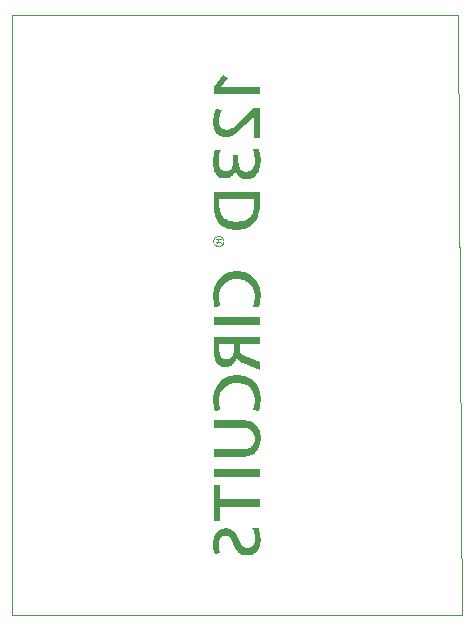
<source format=gbo>
G75*
G71*
%OFA0B0*%
%FSLAX23Y23*%
%IPPOS*%
%LPD*%
%ADD10C,0.1*%
%LPD*%D10*
X0Y0D02*
X0Y100D01*
X0Y200D01*
X0Y300D01*
X0Y400D01*
X0Y500D01*
X0Y600D01*
X0Y700D01*
X0Y800D01*
X0Y900D01*
X0Y1000D01*
X0Y1100D01*
X0Y1200D01*
X0Y1300D01*
X0Y1400D01*
X0Y1500D01*
X0Y1600D01*
X0Y1700D01*
X0Y1800D01*
X0Y1900D01*
X0Y2000D01*
X0Y2100D01*
X0Y2200D01*
X0Y2300D01*
X0Y2400D01*
X0Y2500D01*
X0Y2600D01*
X0Y2700D01*
X0Y2800D01*
X0Y2900D01*
X0Y3000D01*
X0Y3100D01*
X0Y3200D01*
X0Y3300D01*
X0Y3400D01*
X0Y3500D01*
X0Y3600D01*
X0Y3700D01*
X0Y3800D01*
X0Y3900D01*
X0Y4000D01*
X0Y4100D01*
X0Y4200D01*
X0Y4300D01*
X0Y4400D01*
X0Y4500D01*
X0Y4600D01*
X0Y4700D01*
X0Y4800D01*
X0Y4900D01*
X0Y5000D01*
X0Y5100D01*
X0Y5200D01*
X0Y5300D01*
X0Y5400D01*
X0Y5500D01*
X0Y5600D01*
X0Y5700D01*
X0Y5800D01*
X0Y5900D01*
X0Y6000D01*
X0Y6100D01*
X0Y6200D01*
X0Y6300D01*
X0Y6400D01*
X0Y6500D01*
X0Y6600D01*
X0Y6700D01*
X0Y6800D01*
X0Y6900D01*
X0Y7000D01*
X0Y7100D01*
X0Y7200D01*
X0Y7300D01*
X0Y7400D01*
X0Y7500D01*
X0Y7600D01*
X0Y7700D01*
X0Y7800D01*
X0Y7900D01*
X0Y8000D01*
X0Y8100D01*
X0Y8200D01*
X0Y8300D01*
X0Y8400D01*
X0Y8500D01*
X0Y8600D01*
X0Y8700D01*
X0Y8800D01*
X0Y8900D01*
X0Y9000D01*
X0Y9100D01*
X0Y9200D01*
X0Y9300D01*
X0Y9400D01*
X0Y9500D01*
X0Y9600D01*
X0Y9700D01*
X0Y9800D01*
X0Y9900D01*
X0Y10000D01*
X0Y10100D01*
X0Y10200D01*
X0Y10300D01*
X0Y10400D01*
X0Y10500D01*
X0Y10600D01*
X0Y10700D01*
X0Y10800D01*
X0Y10900D01*
X0Y11000D01*
X0Y11100D01*
X0Y11200D01*
X0Y11300D01*
X0Y11400D01*
X0Y11500D01*
X0Y11600D01*
X0Y11700D01*
X0Y11800D01*
X0Y11900D01*
X0Y12000D01*
X0Y12100D01*
X0Y12200D01*
X0Y12300D01*
X0Y12400D01*
X0Y12500D01*
X0Y12600D01*
X0Y12700D01*
X0Y12800D01*
X0Y12900D01*
X0Y13000D01*
X0Y13100D01*
X0Y13200D01*
X0Y13300D01*
X0Y13400D01*
X0Y13500D01*
X0Y13600D01*
X0Y13700D01*
X0Y13800D01*
X0Y13900D01*
X0Y14000D01*
X0Y14100D01*
X0Y14200D01*
X0Y14300D01*
X0Y14400D01*
X0Y14500D01*
X0Y14600D01*
X0Y14700D01*
X0Y14800D01*
X0Y14900D01*
X0Y15000D01*
X0Y15100D01*
X0Y15200D01*
X0Y15300D01*
X0Y15400D01*
X0Y15500D01*
X0Y15600D01*
X0Y15700D01*
X0Y15800D01*
X0Y15900D01*
X0Y16000D01*
X0Y16100D01*
X0Y16200D01*
X0Y16300D01*
X0Y16400D01*
X0Y16500D01*
X0Y16600D01*
X0Y16700D01*
X0Y16800D01*
X0Y16900D01*
X0Y17000D01*
X0Y17100D01*
X0Y17200D01*
X0Y17300D01*
X0Y17400D01*
X0Y17500D01*
X0Y17600D01*
X0Y17700D01*
X0Y17800D01*
X0Y17900D01*
X0Y18000D01*
X0Y18100D01*
X0Y18200D01*
X0Y18300D01*
X0Y18400D01*
X0Y18500D01*
X0Y18600D01*
X0Y18700D01*
X0Y18800D01*
X0Y18900D01*
X0Y19000D01*
X0Y19100D01*
X0Y19200D01*
X0Y19300D01*
X0Y19400D01*
X0Y19500D01*
X0Y19600D01*
X0Y19700D01*
X0Y19800D01*
X0Y19900D01*
X0Y20000D01*
X0Y20100D01*
X0Y20200D01*
X0Y20300D01*
X0Y20400D01*
X0Y20500D01*
X0Y20600D01*
X0Y20700D01*
X0Y20800D01*
X0Y20900D01*
X0Y21000D01*
X0Y21100D01*
X0Y21200D01*
X0Y21300D01*
X0Y21400D01*
X0Y21500D01*
X0Y21600D01*
X0Y21700D01*
X0Y21800D01*
X0Y21900D01*
X0Y22000D01*
X0Y22100D01*
X0Y22200D01*
X0Y22300D01*
X0Y22400D01*
X0Y22500D01*
X0Y22600D01*
X0Y22700D01*
X0Y22800D01*
X0Y22900D01*
X0Y23000D01*
X0Y23100D01*
X0Y23200D01*
X0Y23300D01*
X0Y23400D01*
X0Y23500D01*
X0Y23600D01*
X0Y23700D01*
X0Y23800D01*
X0Y23900D01*
X0Y24000D01*
X0Y24100D01*
X0Y24200D01*
X0Y24300D01*
X0Y24400D01*
X0Y24500D01*
X0Y24600D01*
X0Y24700D01*
X0Y24800D01*
X0Y24900D01*
X0Y25000D01*
X0Y25100D01*
X0Y25200D01*
X0Y25300D01*
X0Y25400D01*
X0Y25500D01*
X0Y25600D01*
X0Y25700D01*
X0Y25800D01*
X0Y25900D01*
X0Y26000D01*
X0Y26100D01*
X0Y26200D01*
X0Y26300D01*
X0Y26400D01*
X0Y26500D01*
X0Y26600D01*
X0Y26700D01*
X0Y26800D01*
X0Y26900D01*
X0Y27000D01*
X0Y27100D01*
X0Y27200D01*
X0Y27300D01*
X0Y27400D01*
X0Y27500D01*
X0Y27600D01*
X0Y27700D01*
X0Y27800D01*
X0Y27900D01*
X0Y28000D01*
X0Y28100D01*
X0Y28200D01*
X0Y28300D01*
X0Y28400D01*
X0Y28500D01*
X0Y28600D01*
X0Y28700D01*
X0Y28800D01*
X0Y28900D01*
X0Y29000D01*
X0Y29100D01*
X0Y29200D01*
X0Y29300D01*
X0Y29400D01*
X0Y29500D01*
X0Y29600D01*
X0Y29700D01*
X0Y29800D01*
X0Y29900D01*
X0Y30000D01*
X0Y30100D01*
X0Y30200D01*
X0Y30300D01*
X0Y30400D01*
X0Y30500D01*
X0Y30600D01*
X0Y30700D01*
X0Y30800D01*
X0Y30900D01*
X0Y31000D01*
X0Y31100D01*
X0Y31200D01*
X0Y31300D01*
X0Y31400D01*
X0Y31500D01*
X0Y31600D01*
X0Y31700D01*
X0Y31800D01*
X0Y31900D01*
X0Y32000D01*
X0Y32100D01*
X0Y32200D01*
X0Y32300D01*
X0Y32400D01*
X0Y32500D01*
X0Y32600D01*
X0Y32700D01*
X0Y32800D01*
X0Y32900D01*
X0Y33000D01*
X0Y33100D01*
X0Y33200D01*
X0Y33300D01*
X0Y33400D01*
X0Y33500D01*
X0Y33600D01*
X0Y33700D01*
X0Y33800D01*
X0Y33900D01*
X0Y34000D01*
X0Y34100D01*
X0Y34200D01*
X0Y34300D01*
X0Y34400D01*
X0Y34500D01*
X0Y34600D01*
X0Y34700D01*
X0Y34800D01*
X0Y34900D01*
X0Y35000D01*
X0Y35100D01*
X0Y35200D01*
X0Y35300D01*
X0Y35400D01*
X0Y35500D01*
X0Y35600D01*
X0Y35700D01*
X0Y35800D01*
X0Y35900D01*
X0Y36000D01*
X0Y36100D01*
X0Y36200D01*
X0Y36300D01*
X0Y36400D01*
X0Y36500D01*
X0Y36600D01*
X0Y36700D01*
X0Y36800D01*
X0Y36900D01*
X0Y37000D01*
X0Y37100D01*
X0Y37200D01*
X0Y37300D01*
X0Y37400D01*
X0Y37500D01*
X0Y37600D01*
X0Y37700D01*
X0Y37800D01*
X0Y37900D01*
X0Y38000D01*
X0Y38100D01*
X0Y38200D01*
X0Y38300D01*
X0Y38400D01*
X0Y38500D01*
X0Y38600D01*
X0Y38700D01*
X0Y38800D01*
X0Y38900D01*
X0Y39000D01*
X0Y39100D01*
X0Y39200D01*
X0Y39300D01*
X0Y39400D01*
X0Y39500D01*
X0Y39600D01*
X0Y39700D01*
X0Y39800D01*
X0Y39900D01*
X0Y40000D01*
X0Y40100D01*
X0Y40200D01*
X0Y40300D01*
X0Y40400D01*
X0Y40500D01*
X0Y40600D01*
X0Y40700D01*
X0Y40800D01*
X0Y40900D01*
X0Y41000D01*
X0Y41100D01*
X0Y41200D01*
X0Y41300D01*
X0Y41400D01*
X0Y41500D01*
X0Y41600D01*
X0Y41700D01*
X0Y41800D01*
X0Y41900D01*
X0Y42000D01*
X0Y42100D01*
X0Y42200D01*
X0Y42300D01*
X0Y42400D01*
X0Y42500D01*
X0Y42600D01*
X0Y42700D01*
X0Y42800D01*
X0Y42900D01*
X0Y43000D01*
X0Y43100D01*
X0Y43200D01*
X0Y43300D01*
X0Y43400D01*
X0Y43500D01*
X0Y43600D01*
X0Y43700D01*
X0Y43800D01*
X0Y43900D01*
X0Y44000D01*
X0Y44100D01*
X0Y44200D01*
X0Y44300D01*
X0Y44400D01*
X0Y44500D01*
X0Y44600D01*
X0Y44700D01*
X0Y44800D01*
X0Y44900D01*
X0Y45000D01*
X0Y45100D01*
X0Y45200D01*
X0Y45300D01*
X0Y45400D01*
X0Y45500D01*
X0Y45600D01*
X0Y45700D01*
X0Y45800D01*
X0Y45900D01*
X0Y46000D01*
X0Y46100D01*
X0Y46200D01*
X0Y46300D01*
X0Y46400D01*
X0Y46500D01*
X0Y46600D01*
X0Y46700D01*
X0Y46800D01*
X0Y46900D01*
X0Y47000D01*
X0Y47100D01*
X0Y47200D01*
X0Y47300D01*
X0Y47400D01*
X0Y47500D01*
X0Y47600D01*
X0Y47700D01*
X0Y47800D01*
X0Y47900D01*
X0Y48000D01*
X0Y48100D01*
X0Y48200D01*
X0Y48300D01*
X0Y48400D01*
X0Y48500D01*
X0Y48600D01*
X0Y48700D01*
X0Y48800D01*
X0Y48900D01*
X0Y49000D01*
X0Y49100D01*
X0Y49200D01*
X0Y49300D01*
X0Y49400D01*
X0Y49500D01*
X0Y49600D01*
X0Y49700D01*
X0Y49800D01*
X0Y49900D01*
X0Y50000D01*
X0Y50100D01*
X0Y50200D01*
X0Y50300D01*
X0Y50400D01*
X0Y50500D01*
X0Y50600D01*
X0Y50700D01*
X0Y50800D01*
X100Y50800D01*
X200Y50800D01*
X300Y50800D01*
X400Y50800D01*
X500Y50800D01*
X600Y50800D01*
X699Y50800D01*
X799Y50800D01*
X899Y50800D01*
X999Y50800D01*
X1099Y50800D01*
X1199Y50800D01*
X1299Y50800D01*
X1399Y50800D01*
X1499Y50800D01*
X1599Y50800D01*
X1699Y50800D01*
X1799Y50800D01*
X1899Y50800D01*
X1999Y50800D01*
X2098Y50800D01*
X2198Y50800D01*
X2298Y50800D01*
X2398Y50800D01*
X2498Y50800D01*
X2598Y50800D01*
X2698Y50800D01*
X2798Y50800D01*
X2898Y50800D01*
X2998Y50800D01*
X3098Y50800D01*
X3198Y50800D01*
X3298Y50800D01*
X3397Y50800D01*
X3497Y50800D01*
X3597Y50800D01*
X3697Y50800D01*
X3797Y50800D01*
X3897Y50800D01*
X3997Y50800D01*
X4097Y50800D01*
X4197Y50800D01*
X4297Y50800D01*
X4397Y50800D01*
X4497Y50800D01*
X4597Y50800D01*
X4696Y50800D01*
X4796Y50800D01*
X4896Y50800D01*
X4996Y50800D01*
X5096Y50800D01*
X5196Y50800D01*
X5296Y50800D01*
X5396Y50800D01*
X5496Y50800D01*
X5596Y50800D01*
X5696Y50800D01*
X5796Y50800D01*
X5896Y50800D01*
X5995Y50800D01*
X6095Y50800D01*
X6195Y50800D01*
X6295Y50800D01*
X6395Y50800D01*
X6495Y50800D01*
X6595Y50800D01*
X6695Y50800D01*
X6795Y50800D01*
X6895Y50800D01*
X6995Y50800D01*
X7095Y50800D01*
X7195Y50800D01*
X7295Y50800D01*
X7394Y50800D01*
X7494Y50800D01*
X7594Y50800D01*
X7694Y50800D01*
X7794Y50800D01*
X7894Y50800D01*
X7994Y50800D01*
X8094Y50800D01*
X8194Y50800D01*
X8294Y50800D01*
X8394Y50800D01*
X8494Y50800D01*
X8594Y50800D01*
X8693Y50800D01*
X8793Y50800D01*
X8893Y50800D01*
X8993Y50800D01*
X9093Y50800D01*
X9193Y50800D01*
X9293Y50800D01*
X9393Y50800D01*
X9493Y50800D01*
X9593Y50800D01*
X9693Y50800D01*
X9793Y50800D01*
X9893Y50800D01*
X9992Y50800D01*
X10092Y50800D01*
X10192Y50800D01*
X10292Y50800D01*
X10392Y50800D01*
X10492Y50800D01*
X10592Y50800D01*
X10692Y50800D01*
X10792Y50800D01*
X10892Y50800D01*
X10992Y50800D01*
X11092Y50800D01*
X11192Y50800D01*
X11292Y50800D01*
X11391Y50800D01*
X11491Y50800D01*
X11591Y50800D01*
X11691Y50800D01*
X11791Y50800D01*
X11891Y50800D01*
X11991Y50800D01*
X12091Y50800D01*
X12191Y50800D01*
X12291Y50800D01*
X12391Y50800D01*
X12491Y50800D01*
X12591Y50800D01*
X12690Y50800D01*
X12790Y50800D01*
X12890Y50800D01*
X12990Y50800D01*
X13090Y50800D01*
X13190Y50800D01*
X13290Y50800D01*
X13390Y50800D01*
X13490Y50800D01*
X13590Y50800D01*
X13690Y50800D01*
X13790Y50800D01*
X13890Y50800D01*
X13989Y50800D01*
X14089Y50800D01*
X14189Y50800D01*
X14289Y50800D01*
X14389Y50800D01*
X14489Y50800D01*
X14589Y50800D01*
X14689Y50800D01*
X14789Y50800D01*
X14889Y50800D01*
X14989Y50800D01*
X15089Y50800D01*
X15189Y50800D01*
X15289Y50800D01*
X15388Y50800D01*
X15488Y50800D01*
X15588Y50800D01*
X15688Y50800D01*
X15788Y50800D01*
X15888Y50800D01*
X15988Y50800D01*
X16088Y50800D01*
X16188Y50800D01*
X16288Y50800D01*
X16388Y50800D01*
X16488Y50800D01*
X16588Y50800D01*
X16687Y50800D01*
X16787Y50800D01*
X16887Y50800D01*
X16987Y50800D01*
X17087Y50800D01*
X17187Y50800D01*
X17287Y50800D01*
X17387Y50800D01*
X17487Y50800D01*
X17587Y50800D01*
X17687Y50800D01*
X17787Y50800D01*
X17887Y50800D01*
X17987Y50800D01*
X18086Y50800D01*
X18186Y50800D01*
X18286Y50800D01*
X18386Y50800D01*
X18486Y50800D01*
X18586Y50800D01*
X18686Y50800D01*
X18786Y50800D01*
X18886Y50800D01*
X18986Y50800D01*
X19086Y50800D01*
X19186Y50800D01*
X19286Y50800D01*
X19385Y50800D01*
X19485Y50800D01*
X19585Y50800D01*
X19685Y50800D01*
X19785Y50800D01*
X19885Y50800D01*
X19985Y50800D01*
X20085Y50800D01*
X20185Y50800D01*
X20285Y50800D01*
X20385Y50800D01*
X20485Y50800D01*
X20585Y50800D01*
X20684Y50800D01*
X20784Y50800D01*
X20884Y50800D01*
X20984Y50800D01*
X21084Y50800D01*
X21184Y50800D01*
X21284Y50800D01*
X21384Y50800D01*
X21484Y50800D01*
X21584Y50800D01*
X21684Y50800D01*
X21784Y50800D01*
X21884Y50800D01*
X21984Y50800D01*
X22083Y50800D01*
X22183Y50800D01*
X22283Y50800D01*
X22383Y50800D01*
X22483Y50800D01*
X22583Y50800D01*
X22683Y50800D01*
X22783Y50800D01*
X22883Y50800D01*
X22983Y50800D01*
X23083Y50800D01*
X23183Y50800D01*
X23283Y50800D01*
X23382Y50800D01*
X23482Y50800D01*
X23582Y50800D01*
X23682Y50800D01*
X23782Y50800D01*
X23882Y50800D01*
X23982Y50800D01*
X24082Y50800D01*
X24182Y50800D01*
X24282Y50800D01*
X24382Y50800D01*
X24482Y50800D01*
X24582Y50800D01*
X24682Y50800D01*
X24781Y50800D01*
X24881Y50800D01*
X24981Y50800D01*
X25081Y50800D01*
X25181Y50800D01*
X25281Y50800D01*
X25381Y50800D01*
X25481Y50800D01*
X25581Y50800D01*
X25681Y50800D01*
X25781Y50800D01*
X25881Y50800D01*
X25981Y50800D01*
X26080Y50800D01*
X26180Y50800D01*
X26280Y50800D01*
X26380Y50800D01*
X26480Y50800D01*
X26580Y50800D01*
X26680Y50800D01*
X26780Y50800D01*
X26880Y50800D01*
X26980Y50800D01*
X27080Y50800D01*
X27180Y50800D01*
X27280Y50800D01*
X27379Y50800D01*
X27479Y50800D01*
X27579Y50800D01*
X27679Y50800D01*
X27779Y50800D01*
X27879Y50800D01*
X27979Y50800D01*
X28079Y50800D01*
X28179Y50800D01*
X28279Y50800D01*
X28379Y50800D01*
X28479Y50800D01*
X28579Y50800D01*
X28679Y50800D01*
X28778Y50800D01*
X28878Y50800D01*
X28978Y50800D01*
X29078Y50800D01*
X29178Y50800D01*
X29278Y50800D01*
X29378Y50800D01*
X29478Y50800D01*
X29578Y50800D01*
X29678Y50800D01*
X29778Y50800D01*
X29878Y50800D01*
X29978Y50800D01*
X30077Y50800D01*
X30177Y50800D01*
X30277Y50800D01*
X30377Y50800D01*
X30477Y50800D01*
X30577Y50800D01*
X30677Y50800D01*
X30777Y50800D01*
X30877Y50800D01*
X30977Y50800D01*
X31077Y50800D01*
X31177Y50800D01*
X31277Y50800D01*
X31377Y50800D01*
X31476Y50800D01*
X31576Y50800D01*
X31676Y50800D01*
X31776Y50800D01*
X31876Y50800D01*
X31976Y50800D01*
X32076Y50800D01*
X32176Y50800D01*
X32276Y50800D01*
X32376Y50800D01*
X32476Y50800D01*
X32576Y50800D01*
X32676Y50800D01*
X32775Y50800D01*
X32875Y50800D01*
X32975Y50800D01*
X33075Y50800D01*
X33175Y50800D01*
X33275Y50800D01*
X33375Y50800D01*
X33475Y50800D01*
X33575Y50800D01*
X33675Y50800D01*
X33775Y50800D01*
X33875Y50800D01*
X33975Y50800D01*
X34075Y50800D01*
X34174Y50800D01*
X34274Y50800D01*
X34374Y50800D01*
X34474Y50800D01*
X34574Y50800D01*
X34674Y50800D01*
X34774Y50800D01*
X34874Y50800D01*
X34974Y50800D01*
X35074Y50800D01*
X35174Y50800D01*
X35274Y50800D01*
X35374Y50800D01*
X35473Y50800D01*
X35573Y50800D01*
X35673Y50800D01*
X35773Y50800D01*
X35873Y50800D01*
X35973Y50800D01*
X36073Y50800D01*
X36173Y50800D01*
X36273Y50800D01*
X36373Y50800D01*
X36473Y50800D01*
X36573Y50800D01*
X36673Y50800D01*
X36773Y50800D01*
X36872Y50800D01*
X36972Y50800D01*
X37072Y50800D01*
X37172Y50800D01*
X37272Y50800D01*
X37372Y50800D01*
X37472Y50800D01*
X37572Y50800D01*
X37672Y50800D01*
X37772Y50800D01*
X37772Y50700D01*
X37773Y50600D01*
X37774Y50501D01*
X37774Y50401D01*
X37775Y50301D01*
X37776Y50201D01*
X37776Y50101D01*
X37777Y50002D01*
X37778Y49902D01*
X37778Y49802D01*
X37779Y49702D01*
X37780Y49602D01*
X37780Y49503D01*
X37781Y49403D01*
X37782Y49303D01*
X37782Y49203D01*
X37783Y49103D01*
X37783Y49004D01*
X37784Y48904D01*
X37785Y48804D01*
X37785Y48704D01*
X37786Y48604D01*
X37787Y48505D01*
X37787Y48405D01*
X37788Y48305D01*
X37789Y48205D01*
X37789Y48105D01*
X37790Y48006D01*
X37791Y47906D01*
X37791Y47806D01*
X37792Y47706D01*
X37792Y47606D01*
X37793Y47507D01*
X37794Y47407D01*
X37794Y47307D01*
X37795Y47207D01*
X37796Y47107D01*
X37796Y47007D01*
X37797Y46908D01*
X37798Y46808D01*
X37798Y46708D01*
X37799Y46608D01*
X37800Y46508D01*
X37800Y46409D01*
X37801Y46309D01*
X37801Y46209D01*
X37802Y46109D01*
X37803Y46009D01*
X37803Y45910D01*
X37804Y45810D01*
X37805Y45710D01*
X37805Y45610D01*
X37806Y45510D01*
X37807Y45411D01*
X37807Y45311D01*
X37808Y45211D01*
X37809Y45111D01*
X37809Y45011D01*
X37810Y44912D01*
X37811Y44812D01*
X37811Y44712D01*
X37812Y44612D01*
X37812Y44512D01*
X37813Y44413D01*
X37814Y44313D01*
X37814Y44213D01*
X37815Y44113D01*
X37816Y44013D01*
X37816Y43914D01*
X37817Y43814D01*
X37818Y43714D01*
X37818Y43614D01*
X37819Y43514D01*
X37820Y43415D01*
X37820Y43315D01*
X37821Y43215D01*
X37821Y43115D01*
X37822Y43015D01*
X37823Y42916D01*
X37823Y42816D01*
X37824Y42716D01*
X37825Y42616D01*
X37825Y42516D01*
X37826Y42417D01*
X37827Y42317D01*
X37827Y42217D01*
X37828Y42117D01*
X37829Y42017D01*
X37829Y41918D01*
X37830Y41818D01*
X37831Y41718D01*
X37831Y41618D01*
X37832Y41518D01*
X37832Y41419D01*
X37833Y41319D01*
X37834Y41219D01*
X37834Y41119D01*
X37835Y41019D01*
X37836Y40920D01*
X37836Y40820D01*
X37837Y40720D01*
X37838Y40620D01*
X37838Y40520D01*
X37839Y40420D01*
X37840Y40321D01*
X37840Y40221D01*
X37841Y40121D01*
X37841Y40021D01*
X37842Y39921D01*
X37843Y39822D01*
X37843Y39722D01*
X37844Y39622D01*
X37845Y39522D01*
X37845Y39422D01*
X37846Y39323D01*
X37847Y39223D01*
X37847Y39123D01*
X37848Y39023D01*
X37849Y38923D01*
X37849Y38824D01*
X37850Y38724D01*
X37850Y38624D01*
X37851Y38524D01*
X37852Y38424D01*
X37852Y38325D01*
X37853Y38225D01*
X37854Y38125D01*
X37854Y38025D01*
X37855Y37925D01*
X37856Y37826D01*
X37856Y37726D01*
X37857Y37626D01*
X37858Y37526D01*
X37858Y37426D01*
X37859Y37327D01*
X37860Y37227D01*
X37860Y37127D01*
X37861Y37027D01*
X37861Y36927D01*
X37862Y36828D01*
X37863Y36728D01*
X37863Y36628D01*
X37864Y36528D01*
X37865Y36428D01*
X37865Y36329D01*
X37866Y36229D01*
X37867Y36129D01*
X37867Y36029D01*
X37868Y35929D01*
X37869Y35830D01*
X37869Y35730D01*
X37870Y35630D01*
X37870Y35530D01*
X37871Y35430D01*
X37872Y35331D01*
X37872Y35231D01*
X37873Y35131D01*
X37874Y35031D01*
X37874Y34931D01*
X37875Y34832D01*
X37876Y34732D01*
X37876Y34632D01*
X37877Y34532D01*
X37878Y34432D01*
X37878Y34332D01*
X37879Y34233D01*
X37880Y34133D01*
X37880Y34033D01*
X37881Y33933D01*
X37881Y33833D01*
X37882Y33734D01*
X37883Y33634D01*
X37883Y33534D01*
X37884Y33434D01*
X37885Y33334D01*
X37885Y33235D01*
X37886Y33135D01*
X37887Y33035D01*
X37887Y32935D01*
X37888Y32835D01*
X37889Y32736D01*
X37889Y32636D01*
X37890Y32536D01*
X37890Y32436D01*
X37891Y32336D01*
X37892Y32237D01*
X37892Y32137D01*
X37893Y32037D01*
X37894Y31937D01*
X37894Y31837D01*
X37895Y31738D01*
X37896Y31638D01*
X37896Y31538D01*
X37897Y31438D01*
X37898Y31338D01*
X37898Y31239D01*
X37899Y31139D01*
X37899Y31039D01*
X37900Y30939D01*
X37901Y30839D01*
X37901Y30740D01*
X37902Y30640D01*
X37903Y30540D01*
X37903Y30440D01*
X37904Y30340D01*
X37905Y30241D01*
X37905Y30141D01*
X37906Y30041D01*
X37907Y29941D01*
X37907Y29841D01*
X37908Y29742D01*
X37909Y29642D01*
X37909Y29542D01*
X37910Y29442D01*
X37910Y29342D01*
X37911Y29243D01*
X37912Y29143D01*
X37912Y29043D01*
X37913Y28943D01*
X37914Y28843D01*
X37914Y28744D01*
X37915Y28644D01*
X37916Y28544D01*
X37916Y28444D01*
X37917Y28344D01*
X37918Y28245D01*
X37918Y28145D01*
X37919Y28045D01*
X37919Y27945D01*
X37920Y27845D01*
X37921Y27745D01*
X37921Y27646D01*
X37922Y27546D01*
X37923Y27446D01*
X37923Y27346D01*
X37924Y27246D01*
X37925Y27147D01*
X37925Y27047D01*
X37926Y26947D01*
X37927Y26847D01*
X37927Y26747D01*
X37928Y26648D01*
X37929Y26548D01*
X37929Y26448D01*
X37930Y26348D01*
X37930Y26248D01*
X37931Y26149D01*
X37932Y26049D01*
X37932Y25949D01*
X37933Y25849D01*
X37934Y25749D01*
X37934Y25650D01*
X37935Y25550D01*
X37936Y25450D01*
X37936Y25350D01*
X37937Y25250D01*
X37938Y25151D01*
X37938Y25051D01*
X37939Y24951D01*
X37939Y24851D01*
X37940Y24751D01*
X37941Y24652D01*
X37941Y24552D01*
X37942Y24452D01*
X37943Y24352D01*
X37943Y24252D01*
X37944Y24153D01*
X37945Y24053D01*
X37945Y23953D01*
X37946Y23853D01*
X37947Y23753D01*
X37947Y23654D01*
X37948Y23554D01*
X37948Y23454D01*
X37949Y23354D01*
X37950Y23254D01*
X37950Y23155D01*
X37951Y23055D01*
X37952Y22955D01*
X37952Y22855D01*
X37953Y22755D01*
X37954Y22656D01*
X37954Y22556D01*
X37955Y22456D01*
X37956Y22356D01*
X37956Y22256D01*
X37957Y22157D01*
X37958Y22057D01*
X37958Y21957D01*
X37959Y21857D01*
X37959Y21757D01*
X37960Y21657D01*
X37961Y21558D01*
X37961Y21458D01*
X37962Y21358D01*
X37963Y21258D01*
X37963Y21158D01*
X37964Y21059D01*
X37965Y20959D01*
X37965Y20859D01*
X37966Y20759D01*
X37967Y20659D01*
X37967Y20560D01*
X37968Y20460D01*
X37968Y20360D01*
X37969Y20260D01*
X37970Y20160D01*
X37970Y20061D01*
X37971Y19961D01*
X37972Y19861D01*
X37972Y19761D01*
X37973Y19661D01*
X37974Y19562D01*
X37974Y19462D01*
X37975Y19362D01*
X37976Y19262D01*
X37976Y19162D01*
X37977Y19063D01*
X37978Y18963D01*
X37978Y18863D01*
X37979Y18763D01*
X37979Y18663D01*
X37980Y18564D01*
X37981Y18464D01*
X37981Y18364D01*
X37982Y18264D01*
X37983Y18164D01*
X37983Y18065D01*
X37984Y17965D01*
X37985Y17865D01*
X37985Y17765D01*
X37986Y17665D01*
X37987Y17566D01*
X37987Y17466D01*
X37988Y17366D01*
X37988Y17266D01*
X37989Y17166D01*
X37990Y17067D01*
X37990Y16967D01*
X37991Y16867D01*
X37992Y16767D01*
X37992Y16667D01*
X37993Y16568D01*
X37994Y16468D01*
X37994Y16368D01*
X37995Y16268D01*
X37996Y16168D01*
X37996Y16068D01*
X37997Y15969D01*
X37997Y15869D01*
X37998Y15769D01*
X37999Y15669D01*
X37999Y15569D01*
X38000Y15470D01*
X38001Y15370D01*
X38001Y15270D01*
X38002Y15170D01*
X38003Y15070D01*
X38003Y14971D01*
X38004Y14871D01*
X38005Y14771D01*
X38005Y14671D01*
X38006Y14571D01*
X38007Y14472D01*
X38007Y14372D01*
X38008Y14272D01*
X38008Y14172D01*
X38009Y14072D01*
X38010Y13973D01*
X38010Y13873D01*
X38011Y13773D01*
X38012Y13673D01*
X38012Y13573D01*
X38013Y13474D01*
X38014Y13374D01*
X38014Y13274D01*
X38015Y13174D01*
X38016Y13074D01*
X38016Y12975D01*
X38017Y12875D01*
X38017Y12775D01*
X38018Y12675D01*
X38019Y12575D01*
X38019Y12476D01*
X38020Y12376D01*
X38021Y12276D01*
X38021Y12176D01*
X38022Y12076D01*
X38023Y11977D01*
X38023Y11877D01*
X38024Y11777D01*
X38025Y11677D01*
X38025Y11577D01*
X38026Y11478D01*
X38027Y11378D01*
X38027Y11278D01*
X38028Y11178D01*
X38028Y11078D01*
X38029Y10979D01*
X38030Y10879D01*
X38030Y10779D01*
X38031Y10679D01*
X38032Y10579D01*
X38032Y10479D01*
X38033Y10380D01*
X38034Y10280D01*
X38034Y10180D01*
X38035Y10080D01*
X38036Y9980D01*
X38036Y9881D01*
X38037Y9781D01*
X38037Y9681D01*
X38038Y9581D01*
X38039Y9481D01*
X38039Y9382D01*
X38040Y9282D01*
X38041Y9182D01*
X38041Y9082D01*
X38042Y8982D01*
X38043Y8883D01*
X38043Y8783D01*
X38044Y8683D01*
X38045Y8583D01*
X38045Y8483D01*
X38046Y8384D01*
X38046Y8284D01*
X38047Y8184D01*
X38048Y8084D01*
X38048Y7984D01*
X38049Y7885D01*
X38050Y7785D01*
X38050Y7685D01*
X38051Y7585D01*
X38052Y7485D01*
X38052Y7386D01*
X38053Y7286D01*
X38054Y7186D01*
X38054Y7086D01*
X38055Y6986D01*
X38056Y6887D01*
X38056Y6787D01*
X38057Y6687D01*
X38057Y6587D01*
X38058Y6487D01*
X38059Y6388D01*
X38059Y6288D01*
X38060Y6188D01*
X38061Y6088D01*
X38061Y5988D01*
X38062Y5889D01*
X38063Y5789D01*
X38063Y5689D01*
X38064Y5589D01*
X38065Y5489D01*
X38065Y5389D01*
X38066Y5290D01*
X38066Y5190D01*
X38067Y5090D01*
X38068Y4990D01*
X38068Y4890D01*
X38069Y4791D01*
X38070Y4691D01*
X38070Y4591D01*
X38071Y4491D01*
X38072Y4391D01*
X38072Y4292D01*
X38073Y4192D01*
X38074Y4092D01*
X38074Y3992D01*
X38075Y3892D01*
X38076Y3793D01*
X38076Y3693D01*
X38077Y3593D01*
X38077Y3493D01*
X38078Y3393D01*
X38079Y3294D01*
X38079Y3194D01*
X38080Y3094D01*
X38081Y2994D01*
X38081Y2894D01*
X38082Y2795D01*
X38083Y2695D01*
X38083Y2595D01*
X38084Y2495D01*
X38085Y2395D01*
X38085Y2296D01*
X38086Y2196D01*
X38086Y2096D01*
X38087Y1996D01*
X38088Y1896D01*
X38088Y1797D01*
X38089Y1697D01*
X38090Y1597D01*
X38090Y1497D01*
X38091Y1397D01*
X38092Y1298D01*
X38092Y1198D01*
X38093Y1098D01*
X38094Y998D01*
X38094Y898D01*
X38095Y798D01*
X38095Y699D01*
X38096Y599D01*
X38097Y499D01*
X38097Y399D01*
X38098Y299D01*
X38099Y200D01*
X38099Y100D01*
X38100Y0D01*
X38000Y0D01*
X37900Y0D01*
X37800Y0D01*
X37700Y0D01*
X37600Y0D01*
X37500Y0D01*
X37400Y0D01*
X37300Y0D01*
X37200Y0D01*
X37100Y0D01*
X37000Y0D01*
X36900Y0D01*
X36800Y0D01*
X36700Y0D01*
X36600Y0D01*
X36500Y0D01*
X36400Y0D01*
X36300Y0D01*
X36200Y0D01*
X36100Y0D01*
X36000Y0D01*
X35900Y0D01*
X35800Y0D01*
X35700Y0D01*
X35600Y0D01*
X35500Y0D01*
X35400Y0D01*
X35300Y0D01*
X35200Y0D01*
X35100Y0D01*
X35000Y0D01*
X34900Y0D01*
X34800Y0D01*
X34700Y0D01*
X34600Y0D01*
X34500Y0D01*
X34400Y0D01*
X34300Y0D01*
X34200Y0D01*
X34100Y0D01*
X34000Y0D01*
X33900Y0D01*
X33800Y0D01*
X33700Y0D01*
X33600Y0D01*
X33500Y0D01*
X33400Y0D01*
X33300Y0D01*
X33200Y0D01*
X33100Y0D01*
X33000Y0D01*
X32900Y0D01*
X32800Y0D01*
X32700Y0D01*
X32600Y0D01*
X32500Y0D01*
X32400Y0D01*
X32300Y0D01*
X32200Y0D01*
X32100Y0D01*
X32000Y0D01*
X31900Y0D01*
X31800Y0D01*
X31700Y0D01*
X31600Y0D01*
X31500Y0D01*
X31400Y0D01*
X31300Y0D01*
X31200Y0D01*
X31100Y0D01*
X31000Y0D01*
X30900Y0D01*
X30800Y0D01*
X30700Y0D01*
X30600Y0D01*
X30500Y0D01*
X30400Y0D01*
X30300Y0D01*
X30200Y0D01*
X30100Y0D01*
X30000Y0D01*
X29900Y0D01*
X29800Y0D01*
X29700Y0D01*
X29600Y0D01*
X29500Y0D01*
X29400Y0D01*
X29300Y0D01*
X29200Y0D01*
X29100Y0D01*
X29000Y0D01*
X28900Y0D01*
X28800Y0D01*
X28700Y0D01*
X28600Y0D01*
X28500Y0D01*
X28400Y0D01*
X28300Y0D01*
X28200Y0D01*
X28100Y0D01*
X28000Y0D01*
X27900Y0D01*
X27800Y0D01*
X27700Y0D01*
X27600Y0D01*
X27500Y0D01*
X27400Y0D01*
X27300Y0D01*
X27200Y0D01*
X27100Y0D01*
X27000Y0D01*
X26900Y0D01*
X26800Y0D01*
X26700Y0D01*
X26600Y0D01*
X26500Y0D01*
X26400Y0D01*
X26300Y0D01*
X26200Y0D01*
X26100Y0D01*
X26000Y0D01*
X25900Y0D01*
X25800Y0D01*
X25700Y0D01*
X25600Y0D01*
X25500Y0D01*
X25400Y0D01*
X25300Y0D01*
X25200Y0D01*
X25100Y0D01*
X25000Y0D01*
X24900Y0D01*
X24800Y0D01*
X24700Y0D01*
X24600Y0D01*
X24500Y0D01*
X24400Y0D01*
X24300Y0D01*
X24200Y0D01*
X24100Y0D01*
X24000Y0D01*
X23900Y0D01*
X23800Y0D01*
X23700Y0D01*
X23600Y0D01*
X23500Y0D01*
X23400Y0D01*
X23300Y0D01*
X23200Y0D01*
X23100Y0D01*
X23000Y0D01*
X22900Y0D01*
X22800Y0D01*
X22700Y0D01*
X22600Y0D01*
X22500Y0D01*
X22400Y0D01*
X22300Y0D01*
X22200Y0D01*
X22100Y0D01*
X22000Y0D01*
X21900Y0D01*
X21800Y0D01*
X21700Y0D01*
X21600Y0D01*
X21500Y0D01*
X21400Y0D01*
X21300Y0D01*
X21200Y0D01*
X21100Y0D01*
X21000Y0D01*
X20900Y0D01*
X20800Y0D01*
X20700Y0D01*
X20600Y0D01*
X20500Y0D01*
X20400Y0D01*
X20300Y0D01*
X20200Y0D01*
X20100Y0D01*
X20000Y0D01*
X19900Y0D01*
X19800Y0D01*
X19700Y0D01*
X19600Y0D01*
X19500Y0D01*
X19400Y0D01*
X19300Y0D01*
X19200Y0D01*
X19100Y0D01*
X19000Y0D01*
X18900Y0D01*
X18800Y0D01*
X18700Y0D01*
X18600Y0D01*
X18500Y0D01*
X18400Y0D01*
X18300Y0D01*
X18200Y0D01*
X18100Y0D01*
X18000Y0D01*
X17900Y0D01*
X17800Y0D01*
X17700Y0D01*
X17600Y0D01*
X17500Y0D01*
X17400Y0D01*
X17300Y0D01*
X17200Y0D01*
X17100Y0D01*
X17000Y0D01*
X16900Y0D01*
X16800Y0D01*
X16700Y0D01*
X16600Y0D01*
X16500Y0D01*
X16400Y0D01*
X16300Y0D01*
X16200Y0D01*
X16100Y0D01*
X16000Y0D01*
X15900Y0D01*
X15800Y0D01*
X15700Y0D01*
X15600Y0D01*
X15500Y0D01*
X15400Y0D01*
X15300Y0D01*
X15200Y0D01*
X15100Y0D01*
X15000Y0D01*
X14900Y0D01*
X14800Y0D01*
X14700Y0D01*
X14600Y0D01*
X14500Y0D01*
X14400Y0D01*
X14300Y0D01*
X14200Y0D01*
X14100Y0D01*
X14000Y0D01*
X13900Y0D01*
X13800Y0D01*
X13700Y0D01*
X13600Y0D01*
X13500Y0D01*
X13400Y0D01*
X13300Y0D01*
X13200Y0D01*
X13100Y0D01*
X13000Y0D01*
X12900Y0D01*
X12800Y0D01*
X12700Y0D01*
X12600Y0D01*
X12500Y0D01*
X12400Y0D01*
X12300Y0D01*
X12200Y0D01*
X12100Y0D01*
X12000Y0D01*
X11900Y0D01*
X11800Y0D01*
X11700Y0D01*
X11600Y0D01*
X11500Y0D01*
X11400Y0D01*
X11300Y0D01*
X11200Y0D01*
X11100Y0D01*
X11000Y0D01*
X10900Y0D01*
X10800Y0D01*
X10700Y0D01*
X10600Y0D01*
X10500Y0D01*
X10400Y0D01*
X10300Y0D01*
X10200Y0D01*
X10100Y0D01*
X10000Y0D01*
X9900Y0D01*
X9800Y0D01*
X9700Y0D01*
X9600Y0D01*
X9500Y0D01*
X9400Y0D01*
X9300Y0D01*
X9200Y0D01*
X9100Y0D01*
X9000Y0D01*
X8900Y0D01*
X8800Y0D01*
X8700Y0D01*
X8600Y0D01*
X8500Y0D01*
X8400Y0D01*
X8300Y0D01*
X8200Y0D01*
X8100Y0D01*
X8000Y0D01*
X7900Y0D01*
X7800Y0D01*
X7700Y0D01*
X7600Y0D01*
X7500Y0D01*
X7400Y0D01*
X7300Y0D01*
X7200Y0D01*
X7100Y0D01*
X7000Y0D01*
X6900Y0D01*
X6800Y0D01*
X6700Y0D01*
X6600Y0D01*
X6500Y0D01*
X6400Y0D01*
X6300Y0D01*
X6200Y0D01*
X6100Y0D01*
X6000Y0D01*
X5900Y0D01*
X5800Y0D01*
X5700Y0D01*
X5600Y0D01*
X5500Y0D01*
X5400Y0D01*
X5300Y0D01*
X5200Y0D01*
X5100Y0D01*
X5000Y0D01*
X4900Y0D01*
X4800Y0D01*
X4700Y0D01*
X4600Y0D01*
X4500Y0D01*
X4400Y0D01*
X4300Y0D01*
X4200Y0D01*
X4100Y0D01*
X4000Y0D01*
X3900Y0D01*
X3800Y0D01*
X3700Y0D01*
X3600Y0D01*
X3500Y0D01*
X3400Y0D01*
X3300Y0D01*
X3200Y0D01*
X3100Y0D01*
X3000Y0D01*
X2900Y0D01*
X2800Y0D01*
X2700Y0D01*
X2600Y0D01*
X2500Y0D01*
X2400Y0D01*
X2300Y0D01*
X2200Y0D01*
X2100Y0D01*
X2000Y0D01*
X1900Y0D01*
X1800Y0D01*
X1700Y0D01*
X1600Y0D01*
X1500Y0D01*
X1400Y0D01*
X1300Y0D01*
X1200Y0D01*
X1100Y0D01*
X1000Y0D01*
X900Y0D01*
X800Y0D01*
X700Y0D01*
X600Y0D01*
X500Y0D01*
X400Y0D01*
X300Y0D01*
X200Y0D01*
X100Y0D01*
X0Y0D01*
X0Y0D01*
G36*
X20997Y44773D02*
X17745Y44773D01*
X18307Y45468D01*
X17886Y45720D01*
X17097Y44696D01*
X17097Y44158D01*
X20997Y44158D01*
X20997Y44773D01*
G37*
G36*
X20997Y42983D02*
X20518Y42983D01*
X19185Y41677D01*
X18994Y41508D01*
X18792Y41357D01*
X18690Y41292D01*
X18585Y41235D01*
X18480Y41188D01*
X18374Y41153D01*
X18267Y41130D01*
X18161Y41122D01*
X18086Y41127D01*
X18016Y41139D01*
X17950Y41157D01*
X17888Y41184D01*
X17832Y41216D01*
X17779Y41254D01*
X17732Y41298D01*
X17689Y41346D01*
X17651Y41399D01*
X17617Y41457D01*
X17589Y41517D01*
X17565Y41581D01*
X17547Y41649D01*
X17534Y41717D01*
X17526Y41788D01*
X17523Y41860D01*
X17528Y41990D01*
X17544Y42115D01*
X17583Y42299D01*
X17618Y42418D01*
X17708Y42650D01*
X17787Y42819D01*
X17284Y42848D01*
X17186Y42594D01*
X17108Y42331D01*
X17079Y42196D01*
X17056Y42061D01*
X17043Y41923D01*
X17038Y41784D01*
X17042Y41656D01*
X17053Y41532D01*
X17071Y41410D01*
X17098Y41293D01*
X17133Y41181D01*
X17176Y41074D01*
X17228Y40974D01*
X17288Y40880D01*
X17357Y40796D01*
X17436Y40719D01*
X17523Y40653D01*
X17620Y40597D01*
X17727Y40551D01*
X17844Y40519D01*
X17971Y40498D01*
X18108Y40491D01*
X18239Y40499D01*
X18367Y40523D01*
X18494Y40562D01*
X18618Y40613D01*
X18739Y40675D01*
X18859Y40747D01*
X19090Y40915D01*
X20524Y42234D01*
X20524Y40427D01*
X20997Y40427D01*
X20997Y42983D01*
X20997Y42983D01*
G37*
G36*
X20407Y39485D02*
X20449Y39370D01*
X20486Y39252D01*
X20540Y39008D01*
X20572Y38765D01*
X20582Y38532D01*
X20580Y38435D01*
X20572Y38342D01*
X20558Y38251D01*
X20539Y38164D01*
X20514Y38079D01*
X20483Y38000D01*
X20447Y37925D01*
X20403Y37856D01*
X20355Y37793D01*
X20299Y37736D01*
X20237Y37687D01*
X20168Y37645D01*
X20092Y37611D01*
X20009Y37587D01*
X19919Y37572D01*
X19822Y37566D01*
X19733Y37572D01*
X19651Y37587D01*
X19578Y37612D01*
X19513Y37646D01*
X19453Y37688D01*
X19401Y37737D01*
X19356Y37794D01*
X19317Y37856D01*
X19283Y37924D01*
X19255Y37996D01*
X19232Y38074D01*
X19214Y38154D01*
X19201Y38237D01*
X19186Y38409D01*
X19184Y39011D01*
X18746Y39011D01*
X18744Y38472D01*
X18728Y38283D01*
X18713Y38195D01*
X18693Y38112D01*
X18669Y38033D01*
X18638Y37961D01*
X18603Y37895D01*
X18561Y37835D01*
X18513Y37781D01*
X18459Y37736D01*
X18397Y37697D01*
X18330Y37665D01*
X18253Y37644D01*
X18171Y37629D01*
X18079Y37625D01*
X17999Y37630D01*
X17927Y37645D01*
X17860Y37668D01*
X17801Y37700D01*
X17748Y37739D01*
X17700Y37786D01*
X17659Y37839D01*
X17623Y37897D01*
X17592Y37960D01*
X17566Y38028D01*
X17545Y38099D01*
X17528Y38173D01*
X17515Y38249D01*
X17501Y38406D01*
X17503Y38592D01*
X17528Y38817D01*
X17576Y39047D01*
X17645Y39272D01*
X17687Y39380D01*
X17207Y39415D01*
X17134Y39167D01*
X17081Y38915D01*
X17049Y38658D01*
X17038Y38397D01*
X17050Y38140D01*
X17065Y38014D01*
X17087Y37890D01*
X17116Y37770D01*
X17153Y37654D01*
X17198Y37544D01*
X17251Y37441D01*
X17313Y37347D01*
X17384Y37261D01*
X17465Y37186D01*
X17556Y37121D01*
X17657Y37070D01*
X17769Y37031D01*
X17892Y37007D01*
X18026Y36999D01*
X18118Y37003D01*
X18204Y37014D01*
X18286Y37032D01*
X18364Y37057D01*
X18437Y37090D01*
X18506Y37127D01*
X18571Y37172D01*
X18631Y37221D01*
X18686Y37277D01*
X18737Y37337D01*
X18784Y37403D01*
X18826Y37473D01*
X18864Y37548D01*
X18898Y37626D01*
X18926Y37709D01*
X18951Y37795D01*
X18965Y37706D01*
X18987Y37620D01*
X19013Y37536D01*
X19045Y37456D01*
X19082Y37380D01*
X19125Y37308D01*
X19174Y37241D01*
X19227Y37179D01*
X19285Y37123D01*
X19348Y37073D01*
X19417Y37029D01*
X19490Y36992D01*
X19568Y36963D01*
X19650Y36941D01*
X19737Y36928D01*
X19828Y36923D01*
X19985Y36932D01*
X20131Y36958D01*
X20265Y37002D01*
X20388Y37059D01*
X20501Y37131D01*
X20601Y37216D01*
X20691Y37313D01*
X20771Y37420D01*
X20841Y37536D01*
X20901Y37661D01*
X20951Y37794D01*
X20992Y37933D01*
X21022Y38076D01*
X21045Y38223D01*
X21057Y38373D01*
X21057Y38721D01*
X21036Y38972D01*
X20994Y39216D01*
X20965Y39337D01*
X20910Y39520D01*
X20407Y39485D01*
X20407Y39485D01*
X20407Y39485D01*
G37*
G36*
X18759Y32668D02*
X18542Y32694D01*
X18341Y32736D01*
X18154Y32794D01*
X17984Y32869D01*
X17829Y32959D01*
X17689Y33064D01*
X17563Y33185D01*
X17454Y33321D01*
X17358Y33470D01*
X17277Y33634D01*
X17213Y33812D01*
X17161Y34002D01*
X17125Y34207D01*
X17104Y34424D01*
X17097Y35853D01*
X18978Y35853D01*
X18978Y35215D01*
X17570Y35215D01*
X17576Y34551D01*
X17594Y34395D01*
X17625Y34249D01*
X17666Y34113D01*
X17719Y33988D01*
X17784Y33874D01*
X17859Y33770D01*
X17945Y33678D01*
X18042Y33596D01*
X18148Y33525D01*
X18265Y33464D01*
X18392Y33414D01*
X18528Y33376D01*
X18674Y33348D01*
X18828Y33331D01*
X18991Y33326D01*
X19179Y33332D01*
X19354Y33352D01*
X19517Y33384D01*
X19668Y33429D01*
X19805Y33487D01*
X19931Y33557D01*
X20044Y33639D01*
X20146Y33733D01*
X20235Y33839D01*
X20312Y33956D01*
X20376Y34084D01*
X20429Y34225D01*
X20471Y34376D01*
X20501Y34538D01*
X20518Y34710D01*
X20524Y35215D01*
X18978Y35215D01*
X18978Y35853D01*
X20997Y35853D01*
X20990Y34593D01*
X20966Y34367D01*
X20929Y34151D01*
X20875Y33948D01*
X20805Y33756D01*
X20721Y33577D01*
X20620Y33412D01*
X20503Y33262D01*
X20371Y33126D01*
X20223Y33007D01*
X20058Y32903D01*
X19877Y32818D01*
X19680Y32749D01*
X19467Y32700D01*
X19238Y32669D01*
X18991Y32659D01*
X18759Y32668D01*
G37*
G36*
X17472Y31195D02*
X17425Y31202D01*
X17381Y31214D01*
X17338Y31229D01*
X17297Y31249D01*
X17259Y31272D01*
X17223Y31299D01*
X17189Y31330D01*
X17159Y31363D01*
X17132Y31399D01*
X17108Y31438D01*
X17089Y31479D01*
X17073Y31521D01*
X17062Y31566D01*
X17054Y31613D01*
X17053Y31661D01*
X17054Y31709D01*
X17062Y31755D01*
X17073Y31800D01*
X17089Y31843D01*
X17108Y31884D01*
X17132Y31923D01*
X17159Y31959D01*
X17189Y31992D01*
X17223Y32023D01*
X17259Y32049D01*
X17297Y32073D01*
X17338Y32093D01*
X17381Y32109D01*
X17425Y32120D01*
X17472Y32127D01*
X17519Y32130D01*
X17519Y32053D01*
X17479Y32051D01*
X17439Y32045D01*
X17402Y32036D01*
X17365Y32023D01*
X17331Y32006D01*
X17297Y31987D01*
X17267Y31964D01*
X17238Y31939D01*
X17212Y31911D01*
X17189Y31881D01*
X17169Y31849D01*
X17152Y31815D01*
X17138Y31778D01*
X17128Y31740D01*
X17123Y31701D01*
X17120Y31661D01*
X17123Y31620D01*
X17128Y31582D01*
X17139Y31544D01*
X17152Y31508D01*
X17169Y31474D01*
X17189Y31441D01*
X17213Y31411D01*
X17239Y31383D01*
X17267Y31358D01*
X17298Y31335D01*
X17331Y31316D01*
X17366Y31299D01*
X17402Y31287D01*
X17440Y31277D01*
X17479Y31271D01*
X17519Y31269D01*
X17560Y31271D01*
X17599Y31277D01*
X17637Y31287D01*
X17674Y31299D01*
X17709Y31316D01*
X17742Y31335D01*
X17773Y31358D01*
X17802Y31383D01*
X17828Y31411D01*
X17851Y31441D01*
X17872Y31474D01*
X17889Y31508D01*
X17903Y31544D01*
X17913Y31582D01*
X17919Y31620D01*
X17921Y31661D01*
X17921Y31682D01*
X17919Y31701D01*
X17913Y31740D01*
X17903Y31778D01*
X17889Y31815D01*
X17872Y31849D01*
X17851Y31881D01*
X17828Y31911D01*
X17803Y31939D01*
X17773Y31964D01*
X17742Y31987D01*
X17708Y32006D01*
X17673Y32023D01*
X17637Y32036D01*
X17599Y32045D01*
X17560Y32051D01*
X17519Y32053D01*
X17519Y32130D01*
X17555Y32128D01*
X17590Y32124D01*
X17626Y32118D01*
X17659Y32109D01*
X17691Y32097D01*
X17723Y32084D01*
X17753Y32067D01*
X17782Y32049D01*
X17809Y32030D01*
X17835Y32008D01*
X17859Y31985D01*
X17882Y31960D01*
X17903Y31933D01*
X17921Y31905D01*
X17938Y31875D01*
X17952Y31843D01*
X17968Y31800D01*
X17980Y31754D01*
X17987Y31709D01*
X17989Y31661D01*
X17986Y31613D01*
X17979Y31566D01*
X17968Y31521D01*
X17952Y31479D01*
X17932Y31438D01*
X17909Y31399D01*
X17882Y31363D01*
X17851Y31330D01*
X17818Y31299D01*
X17781Y31272D01*
X17742Y31249D01*
X17702Y31229D01*
X17659Y31214D01*
X17614Y31202D01*
X17567Y31195D01*
X17519Y31193D01*
X17472Y31195D01*
G37*
G36*
X17592Y31527D02*
X17579Y31534D01*
X17567Y31541D01*
X17556Y31549D01*
X17547Y31558D01*
X17539Y31569D01*
X17532Y31581D01*
X17527Y31595D01*
X17523Y31611D01*
X17517Y31584D01*
X17508Y31559D01*
X17495Y31536D01*
X17479Y31516D01*
X17461Y31499D01*
X17439Y31485D01*
X17416Y31477D01*
X17391Y31474D01*
X17355Y31478D01*
X17325Y31489D01*
X17301Y31506D01*
X17281Y31530D01*
X17266Y31557D01*
X17256Y31588D01*
X17250Y31622D01*
X17248Y31658D01*
X17248Y31824D01*
X17399Y31824D01*
X17399Y31754D01*
X17310Y31754D01*
X17311Y31666D01*
X17313Y31640D01*
X17317Y31616D01*
X17324Y31594D01*
X17335Y31575D01*
X17349Y31561D01*
X17368Y31552D01*
X17392Y31549D01*
X17417Y31552D01*
X17438Y31561D01*
X17454Y31575D01*
X17465Y31593D01*
X17474Y31615D01*
X17481Y31639D01*
X17483Y31664D01*
X17484Y31754D01*
X17399Y31754D01*
X17399Y31824D01*
X17794Y31824D01*
X17794Y31754D01*
X17547Y31754D01*
X17548Y31681D01*
X17551Y31661D01*
X17555Y31645D01*
X17563Y31630D01*
X17572Y31620D01*
X17585Y31609D01*
X17600Y31600D01*
X17794Y31511D01*
X17794Y31435D01*
X17592Y31527D01*
X17592Y31527D01*
G37*
G36*
X20892Y26112D02*
X20935Y26220D01*
X20970Y26335D01*
X21000Y26455D01*
X21040Y26703D01*
X21059Y26949D01*
X21062Y27066D01*
X21053Y27294D01*
X21027Y27510D01*
X20984Y27717D01*
X20923Y27912D01*
X20847Y28094D01*
X20755Y28264D01*
X20648Y28421D01*
X20525Y28563D01*
X20388Y28691D01*
X20236Y28804D01*
X20071Y28901D01*
X19892Y28982D01*
X19700Y29046D01*
X19496Y29093D01*
X19279Y29121D01*
X19050Y29130D01*
X18831Y29121D01*
X18620Y29091D01*
X18421Y29042D01*
X18232Y28976D01*
X18055Y28892D01*
X17889Y28792D01*
X17736Y28676D01*
X17597Y28546D01*
X17471Y28401D01*
X17360Y28243D01*
X17264Y28073D01*
X17185Y27892D01*
X17121Y27699D01*
X17075Y27497D01*
X17047Y27285D01*
X17038Y27066D01*
X17047Y26832D01*
X17074Y26587D01*
X17119Y26345D01*
X17150Y26231D01*
X17184Y26124D01*
X17698Y26159D01*
X17660Y26253D01*
X17626Y26353D01*
X17599Y26457D01*
X17557Y26674D01*
X17537Y26891D01*
X17535Y26996D01*
X17543Y27162D01*
X17564Y27321D01*
X17600Y27470D01*
X17649Y27610D01*
X17711Y27741D01*
X17785Y27861D01*
X17869Y27972D01*
X17966Y28072D01*
X18072Y28162D01*
X18188Y28240D01*
X18312Y28307D01*
X18445Y28363D01*
X18586Y28406D01*
X18735Y28438D01*
X18889Y28458D01*
X19050Y28464D01*
X19215Y28458D01*
X19373Y28440D01*
X19525Y28409D01*
X19667Y28367D01*
X19801Y28314D01*
X19925Y28248D01*
X20040Y28172D01*
X20145Y28084D01*
X20240Y27986D01*
X20322Y27877D01*
X20394Y27758D01*
X20455Y27627D01*
X20502Y27487D01*
X20537Y27337D01*
X20557Y27178D01*
X20564Y27008D01*
X20555Y26784D01*
X20526Y26565D01*
X20502Y26457D01*
X20474Y26351D01*
X20417Y26198D01*
X20395Y26148D01*
X20892Y26112D01*
X20892Y26112D01*
G37*
G36*
X20997Y25264D02*
X17097Y25264D01*
X17097Y24627D01*
X20997Y24627D01*
X20997Y25264D01*
X20997Y25264D01*
G37*
G36*
X19577Y21357D02*
X19472Y21404D01*
X19378Y21458D01*
X19334Y21487D01*
X19292Y21518D01*
X19254Y21551D01*
X19218Y21585D01*
X19184Y21621D01*
X19155Y21660D01*
X19128Y21699D01*
X19104Y21742D01*
X19084Y21786D01*
X19067Y21832D01*
X19053Y21880D01*
X19044Y21930D01*
X19026Y21840D01*
X19003Y21751D01*
X18973Y21666D01*
X18937Y21583D01*
X18896Y21506D01*
X18848Y21432D01*
X18796Y21363D01*
X18737Y21299D01*
X18674Y21241D01*
X18606Y21189D01*
X18533Y21144D01*
X18456Y21106D01*
X18374Y21077D01*
X18288Y21054D01*
X18197Y21041D01*
X18102Y21036D01*
X17955Y21044D01*
X17823Y21068D01*
X17703Y21106D01*
X17598Y21159D01*
X17503Y21223D01*
X17421Y21300D01*
X17350Y21386D01*
X17290Y21482D01*
X17239Y21584D01*
X17197Y21695D01*
X17163Y21811D01*
X17138Y21931D01*
X17106Y22183D01*
X17097Y23597D01*
X18170Y23597D01*
X18170Y22972D01*
X17558Y22972D01*
X17563Y22379D01*
X17580Y22218D01*
X17594Y22143D01*
X17613Y22071D01*
X17636Y22004D01*
X17665Y21942D01*
X17700Y21886D01*
X17742Y21836D01*
X17789Y21792D01*
X17845Y21754D01*
X17908Y21724D01*
X17979Y21703D01*
X18059Y21689D01*
X18149Y21685D01*
X18238Y21690D01*
X18320Y21706D01*
X18395Y21731D01*
X18462Y21764D01*
X18522Y21805D01*
X18576Y21854D01*
X18624Y21909D01*
X18666Y21969D01*
X18701Y22035D01*
X18732Y22105D01*
X18757Y22179D01*
X18777Y22255D01*
X18791Y22333D01*
X18802Y22413D01*
X18810Y22972D01*
X18170Y22972D01*
X18170Y23597D01*
X20997Y23597D01*
X20997Y22972D01*
X19278Y22972D01*
X19283Y22516D01*
X19291Y22455D01*
X19301Y22398D01*
X19316Y22346D01*
X19334Y22298D01*
X19356Y22254D01*
X19383Y22213D01*
X19415Y22175D01*
X19451Y22139D01*
X19492Y22106D01*
X19540Y22073D01*
X19592Y22043D01*
X19715Y21983D01*
X20997Y21474D01*
X20997Y20778D01*
X19577Y21357D01*
X19577Y21357D01*
G37*
G36*
X20892Y17327D02*
X20935Y17435D01*
X20970Y17550D01*
X21000Y17670D01*
X21040Y17918D01*
X21059Y18164D01*
X21062Y18281D01*
X21053Y18509D01*
X21027Y18725D01*
X20984Y18932D01*
X20923Y19127D01*
X20847Y19309D01*
X20755Y19479D01*
X20648Y19636D01*
X20525Y19779D01*
X20388Y19906D01*
X20236Y20019D01*
X20071Y20117D01*
X19892Y20197D01*
X19700Y20262D01*
X19496Y20308D01*
X19279Y20336D01*
X19050Y20345D01*
X18831Y20336D01*
X18620Y20306D01*
X18421Y20257D01*
X18232Y20191D01*
X18055Y20107D01*
X17889Y20007D01*
X17736Y19891D01*
X17597Y19761D01*
X17471Y19616D01*
X17360Y19458D01*
X17264Y19288D01*
X17185Y19107D01*
X17121Y18914D01*
X17075Y18713D01*
X17047Y18500D01*
X17038Y18281D01*
X17047Y18047D01*
X17074Y17801D01*
X17119Y17560D01*
X17150Y17446D01*
X17184Y17339D01*
X17698Y17374D01*
X17660Y17468D01*
X17626Y17568D01*
X17599Y17672D01*
X17557Y17889D01*
X17537Y18106D01*
X17535Y18211D01*
X17543Y18378D01*
X17564Y18536D01*
X17600Y18685D01*
X17649Y18825D01*
X17711Y18956D01*
X17785Y19076D01*
X17869Y19187D01*
X17966Y19287D01*
X18072Y19377D01*
X18188Y19455D01*
X18312Y19522D01*
X18445Y19578D01*
X18586Y19621D01*
X18735Y19653D01*
X18889Y19673D01*
X19050Y19679D01*
X19215Y19673D01*
X19373Y19655D01*
X19525Y19624D01*
X19667Y19582D01*
X19801Y19529D01*
X19925Y19463D01*
X20040Y19386D01*
X20145Y19299D01*
X20240Y19201D01*
X20322Y19092D01*
X20394Y18973D01*
X20455Y18842D01*
X20502Y18702D01*
X20537Y18552D01*
X20557Y18392D01*
X20564Y18167D01*
X20550Y17944D01*
X20515Y17726D01*
X20489Y17619D01*
X20456Y17515D01*
X20395Y17362D01*
X20892Y17327D01*
X20892Y17327D01*
G37*
G36*
X19582Y15889D02*
X19686Y15885D01*
X19787Y15876D01*
X19883Y15858D01*
X19975Y15833D01*
X20062Y15803D01*
X20143Y15764D01*
X20217Y15719D01*
X20286Y15667D01*
X20349Y15607D01*
X20403Y15541D01*
X20451Y15466D01*
X20491Y15385D01*
X20522Y15297D01*
X20546Y15202D01*
X20560Y15098D01*
X20564Y14989D01*
X20560Y14878D01*
X20546Y14774D01*
X20523Y14678D01*
X20492Y14590D01*
X20452Y14508D01*
X20405Y14434D01*
X20350Y14367D01*
X20288Y14307D01*
X20220Y14254D01*
X20145Y14208D01*
X20064Y14169D01*
X19977Y14138D01*
X19885Y14113D01*
X19789Y14095D01*
X19687Y14085D01*
X17097Y14082D01*
X17097Y13444D01*
X19749Y13451D01*
X19910Y13474D01*
X20063Y13509D01*
X20205Y13558D01*
X20338Y13619D01*
X20460Y13694D01*
X20572Y13780D01*
X20672Y13877D01*
X20761Y13985D01*
X20840Y14103D01*
X20907Y14230D01*
X20962Y14367D01*
X21005Y14512D01*
X21037Y14666D01*
X21056Y14827D01*
X21062Y14994D01*
X21056Y15161D01*
X21038Y15321D01*
X21008Y15474D01*
X20966Y15618D01*
X20913Y15754D01*
X20847Y15880D01*
X20770Y15996D01*
X20683Y16102D01*
X20584Y16198D01*
X20474Y16282D01*
X20354Y16355D01*
X20223Y16415D01*
X20081Y16463D01*
X19928Y16498D01*
X19766Y16520D01*
X17097Y16527D01*
X17097Y15889D01*
X19582Y15889D01*
X19582Y15889D01*
G37*
G36*
X20997Y12374D02*
X17097Y12374D01*
X17097Y11736D01*
X20997Y11736D01*
X20997Y12374D01*
X20997Y12374D01*
G37*
G36*
X20997Y9841D02*
X17623Y9841D01*
X17623Y11029D01*
X17097Y11029D01*
X17097Y8011D01*
X17623Y8011D01*
X17623Y9204D01*
X20997Y9204D01*
X20997Y9841D01*
G37*
G36*
X20360Y7403D02*
X20415Y7288D01*
X20461Y7176D01*
X20500Y7064D01*
X20530Y6949D01*
X20554Y6832D01*
X20570Y6713D01*
X20582Y6461D01*
X20580Y6391D01*
X20573Y6320D01*
X20563Y6252D01*
X20547Y6186D01*
X20528Y6121D01*
X20502Y6060D01*
X20472Y6000D01*
X20436Y5946D01*
X20395Y5896D01*
X20348Y5850D01*
X20295Y5810D01*
X20237Y5776D01*
X20172Y5749D01*
X20101Y5729D01*
X20023Y5716D01*
X19939Y5711D01*
X19872Y5715D01*
X19810Y5726D01*
X19752Y5743D01*
X19697Y5766D01*
X19647Y5795D01*
X19599Y5829D01*
X19555Y5868D01*
X19514Y5912D01*
X19474Y5961D01*
X19400Y6068D01*
X19055Y6759D01*
X18978Y6894D01*
X18890Y7019D01*
X18842Y7076D01*
X18790Y7130D01*
X18736Y7180D01*
X18676Y7225D01*
X18613Y7265D01*
X18545Y7300D01*
X18472Y7330D01*
X18394Y7353D01*
X18311Y7370D01*
X18221Y7381D01*
X18126Y7385D01*
X17986Y7377D01*
X17858Y7355D01*
X17739Y7319D01*
X17630Y7270D01*
X17531Y7210D01*
X17442Y7140D01*
X17363Y7060D01*
X17293Y6973D01*
X17231Y6877D01*
X17178Y6777D01*
X17134Y6670D01*
X17099Y6561D01*
X17072Y6448D01*
X17053Y6333D01*
X17042Y6219D01*
X17043Y5926D01*
X17062Y5698D01*
X17096Y5480D01*
X17160Y5220D01*
X17675Y5255D01*
X17636Y5352D01*
X17604Y5452D01*
X17577Y5554D01*
X17538Y5762D01*
X17519Y5969D01*
X17519Y6131D01*
X17525Y6193D01*
X17533Y6255D01*
X17546Y6317D01*
X17563Y6376D01*
X17585Y6435D01*
X17611Y6490D01*
X17642Y6543D01*
X17678Y6591D01*
X17719Y6634D01*
X17766Y6674D01*
X17819Y6707D01*
X17877Y6733D01*
X17942Y6754D01*
X18013Y6767D01*
X18091Y6770D01*
X18149Y6768D01*
X18203Y6759D01*
X18253Y6745D01*
X18301Y6726D01*
X18344Y6702D01*
X18386Y6674D01*
X18423Y6642D01*
X18459Y6606D01*
X18494Y6567D01*
X18526Y6525D01*
X18584Y6433D01*
X18922Y5737D01*
X19012Y5581D01*
X19059Y5509D01*
X19111Y5441D01*
X19166Y5378D01*
X19225Y5319D01*
X19288Y5266D01*
X19356Y5219D01*
X19431Y5178D01*
X19511Y5144D01*
X19598Y5117D01*
X19692Y5097D01*
X19794Y5084D01*
X19904Y5080D01*
X20048Y5087D01*
X20182Y5108D01*
X20306Y5141D01*
X20420Y5186D01*
X20525Y5243D01*
X20619Y5310D01*
X20705Y5388D01*
X20781Y5475D01*
X20848Y5571D01*
X20905Y5675D01*
X20953Y5786D01*
X20993Y5904D01*
X21023Y6029D01*
X21045Y6159D01*
X21057Y6293D01*
X21061Y6489D01*
X21047Y6731D01*
X21014Y6984D01*
X20959Y7242D01*
X20904Y7431D01*
X20360Y7403D01*
X20360Y7403D01*
G37*
M02*

</source>
